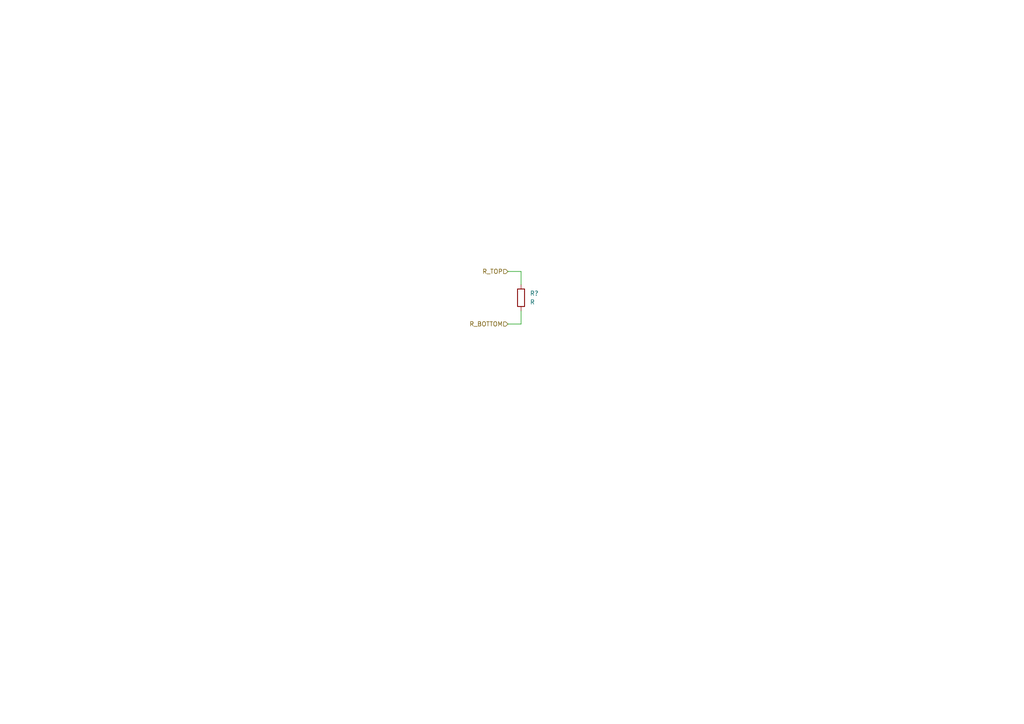
<source format=kicad_sch>
(kicad_sch (version 20201015) (generator eeschema)
  (paper "A4")
  (lib_symbols
    (symbol "Device:R" (pin_numbers hide) (pin_names (offset 0))
      (property "Reference" "R" (at 2.032 0 90))
      (property "Value" "R" (at 0 0 90))
      (symbol "R_0_1"
        (rectangle (start -1.016 -2.54) (end 1.016 2.54) (stroke (width 0.254)))
      )
      (symbol "R_1_1"
        (pin passive line (at 0 3.81 270) (length 1.27) (name "~") (number "1"))
        (pin passive line (at 0 -3.81 90) (length 1.27) (name "~") (number "2"))
      )
    )
  )
  (wire (pts (xy 147.32 78.74) (xy 151.13 78.74)))
  (wire (pts (xy 147.32 93.98) (xy 151.13 93.98)))
  (wire (pts (xy 151.13 78.74) (xy 151.13 82.55)))
  (wire (pts (xy 151.13 93.98) (xy 151.13 90.17)))
  (hierarchical_label "R_TOP" (shape input) (at 147.32 78.74 180))
  (hierarchical_label "R_BOTTOM" (shape input) (at 147.32 93.98 180))
  (symbol (lib_id "Device:R") (at 151.13 86.36 0)
    (property "Reference" "R?" (at 153.67 85.09 0) (effects (justify left)))
    (property "Value" "R" (at 153.67 87.63 0) (effects (justify left)))
  )
)
</source>
